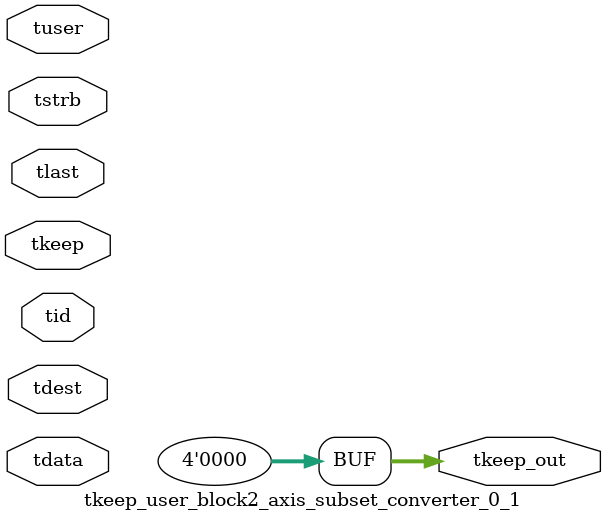
<source format=v>


`timescale 1ps/1ps

module tkeep_user_block2_axis_subset_converter_0_1 #
(
parameter C_S_AXIS_TDATA_WIDTH = 32,
parameter C_S_AXIS_TUSER_WIDTH = 0,
parameter C_S_AXIS_TID_WIDTH   = 0,
parameter C_S_AXIS_TDEST_WIDTH = 0,
parameter C_M_AXIS_TDATA_WIDTH = 32
)
(
input  [(C_S_AXIS_TDATA_WIDTH == 0 ? 1 : C_S_AXIS_TDATA_WIDTH)-1:0     ] tdata,
input  [(C_S_AXIS_TUSER_WIDTH == 0 ? 1 : C_S_AXIS_TUSER_WIDTH)-1:0     ] tuser,
input  [(C_S_AXIS_TID_WIDTH   == 0 ? 1 : C_S_AXIS_TID_WIDTH)-1:0       ] tid,
input  [(C_S_AXIS_TDEST_WIDTH == 0 ? 1 : C_S_AXIS_TDEST_WIDTH)-1:0     ] tdest,
input  [(C_S_AXIS_TDATA_WIDTH/8)-1:0 ] tkeep,
input  [(C_S_AXIS_TDATA_WIDTH/8)-1:0 ] tstrb,
input                                                                    tlast,
output [(C_M_AXIS_TDATA_WIDTH/8)-1:0 ] tkeep_out
);

assign tkeep_out = {1'b0};

endmodule


</source>
